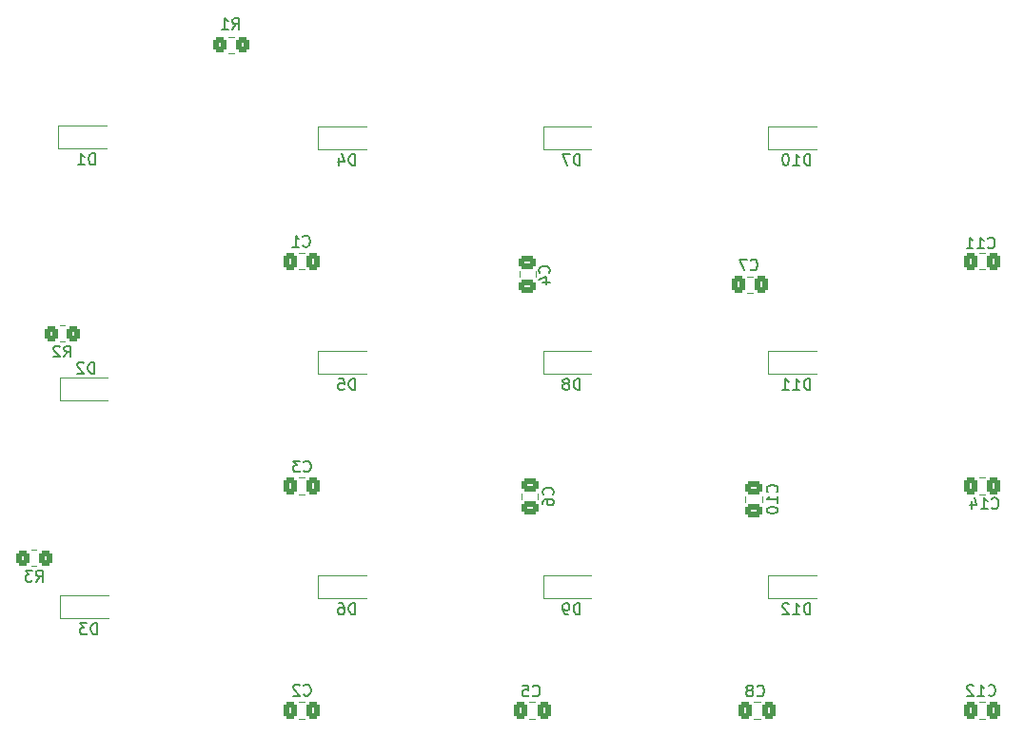
<source format=gbo>
G04 #@! TF.GenerationSoftware,KiCad,Pcbnew,(6.0.0)*
G04 #@! TF.CreationDate,2022-04-22T22:08:31+02:00*
G04 #@! TF.ProjectId,keyboard_v1.0,6b657962-6f61-4726-945f-76312e302e6b,rev?*
G04 #@! TF.SameCoordinates,Original*
G04 #@! TF.FileFunction,Legend,Bot*
G04 #@! TF.FilePolarity,Positive*
%FSLAX46Y46*%
G04 Gerber Fmt 4.6, Leading zero omitted, Abs format (unit mm)*
G04 Created by KiCad (PCBNEW (6.0.0)) date 2022-04-22 22:08:31*
%MOMM*%
%LPD*%
G01*
G04 APERTURE LIST*
G04 Aperture macros list*
%AMRoundRect*
0 Rectangle with rounded corners*
0 $1 Rounding radius*
0 $2 $3 $4 $5 $6 $7 $8 $9 X,Y pos of 4 corners*
0 Add a 4 corners polygon primitive as box body*
4,1,4,$2,$3,$4,$5,$6,$7,$8,$9,$2,$3,0*
0 Add four circle primitives for the rounded corners*
1,1,$1+$1,$2,$3*
1,1,$1+$1,$4,$5*
1,1,$1+$1,$6,$7*
1,1,$1+$1,$8,$9*
0 Add four rect primitives between the rounded corners*
20,1,$1+$1,$2,$3,$4,$5,0*
20,1,$1+$1,$4,$5,$6,$7,0*
20,1,$1+$1,$6,$7,$8,$9,0*
20,1,$1+$1,$8,$9,$2,$3,0*%
G04 Aperture macros list end*
%ADD10C,0.150000*%
%ADD11C,0.120000*%
%ADD12R,1.700000X1.700000*%
%ADD13O,1.700000X1.700000*%
%ADD14C,4.000000*%
%ADD15C,1.750000*%
%ADD16C,2.500000*%
%ADD17C,0.650000*%
%ADD18O,1.000000X2.100000*%
%ADD19O,1.000000X1.600000*%
%ADD20C,0.600000*%
%ADD21C,1.600000*%
%ADD22R,1.200000X1.200000*%
%ADD23C,1.200000*%
%ADD24C,3.200000*%
%ADD25R,2.200000X2.200000*%
%ADD26O,2.200000X2.200000*%
%ADD27C,2.800000*%
%ADD28O,1.600000X1.600000*%
%ADD29R,1.600000X1.600000*%
%ADD30RoundRect,0.250000X-0.337500X-0.475000X0.337500X-0.475000X0.337500X0.475000X-0.337500X0.475000X0*%
%ADD31R,1.300000X1.700000*%
%ADD32RoundRect,0.250000X0.337500X0.475000X-0.337500X0.475000X-0.337500X-0.475000X0.337500X-0.475000X0*%
%ADD33RoundRect,0.250000X-0.350000X-0.450000X0.350000X-0.450000X0.350000X0.450000X-0.350000X0.450000X0*%
%ADD34RoundRect,0.250000X0.475000X-0.337500X0.475000X0.337500X-0.475000X0.337500X-0.475000X-0.337500X0*%
%ADD35RoundRect,0.250000X-0.475000X0.337500X-0.475000X-0.337500X0.475000X-0.337500X0.475000X0.337500X0*%
G04 APERTURE END LIST*
D10*
X66101666Y-82120142D02*
X66149285Y-82167761D01*
X66292142Y-82215380D01*
X66387380Y-82215380D01*
X66530238Y-82167761D01*
X66625476Y-82072523D01*
X66673095Y-81977285D01*
X66720714Y-81786809D01*
X66720714Y-81643952D01*
X66673095Y-81453476D01*
X66625476Y-81358238D01*
X66530238Y-81263000D01*
X66387380Y-81215380D01*
X66292142Y-81215380D01*
X66149285Y-81263000D01*
X66101666Y-81310619D01*
X65149285Y-82215380D02*
X65720714Y-82215380D01*
X65435000Y-82215380D02*
X65435000Y-81215380D01*
X65530238Y-81358238D01*
X65625476Y-81453476D01*
X65720714Y-81501095D01*
X127031357Y-82284142D02*
X127078976Y-82331761D01*
X127221833Y-82379380D01*
X127317071Y-82379380D01*
X127459928Y-82331761D01*
X127555166Y-82236523D01*
X127602785Y-82141285D01*
X127650404Y-81950809D01*
X127650404Y-81807952D01*
X127602785Y-81617476D01*
X127555166Y-81522238D01*
X127459928Y-81427000D01*
X127317071Y-81379380D01*
X127221833Y-81379380D01*
X127078976Y-81427000D01*
X127031357Y-81474619D01*
X126078976Y-82379380D02*
X126650404Y-82379380D01*
X126364690Y-82379380D02*
X126364690Y-81379380D01*
X126459928Y-81522238D01*
X126555166Y-81617476D01*
X126650404Y-81665095D01*
X125126595Y-82379380D02*
X125698023Y-82379380D01*
X125412309Y-82379380D02*
X125412309Y-81379380D01*
X125507547Y-81522238D01*
X125602785Y-81617476D01*
X125698023Y-81665095D01*
X111214285Y-94952380D02*
X111214285Y-93952380D01*
X110976190Y-93952380D01*
X110833333Y-94000000D01*
X110738095Y-94095238D01*
X110690476Y-94190476D01*
X110642857Y-94380952D01*
X110642857Y-94523809D01*
X110690476Y-94714285D01*
X110738095Y-94809523D01*
X110833333Y-94904761D01*
X110976190Y-94952380D01*
X111214285Y-94952380D01*
X109690476Y-94952380D02*
X110261904Y-94952380D01*
X109976190Y-94952380D02*
X109976190Y-93952380D01*
X110071428Y-94095238D01*
X110166666Y-94190476D01*
X110261904Y-94238095D01*
X108738095Y-94952380D02*
X109309523Y-94952380D01*
X109023809Y-94952380D02*
X109023809Y-93952380D01*
X109119047Y-94095238D01*
X109214285Y-94190476D01*
X109309523Y-94238095D01*
X105900666Y-84228142D02*
X105948285Y-84275761D01*
X106091142Y-84323380D01*
X106186380Y-84323380D01*
X106329238Y-84275761D01*
X106424476Y-84180523D01*
X106472095Y-84085285D01*
X106519714Y-83894809D01*
X106519714Y-83751952D01*
X106472095Y-83561476D01*
X106424476Y-83466238D01*
X106329238Y-83371000D01*
X106186380Y-83323380D01*
X106091142Y-83323380D01*
X105948285Y-83371000D01*
X105900666Y-83418619D01*
X105567333Y-83323380D02*
X104900666Y-83323380D01*
X105329238Y-84323380D01*
X66166666Y-102177142D02*
X66214285Y-102224761D01*
X66357142Y-102272380D01*
X66452380Y-102272380D01*
X66595238Y-102224761D01*
X66690476Y-102129523D01*
X66738095Y-102034285D01*
X66785714Y-101843809D01*
X66785714Y-101700952D01*
X66738095Y-101510476D01*
X66690476Y-101415238D01*
X66595238Y-101320000D01*
X66452380Y-101272380D01*
X66357142Y-101272380D01*
X66214285Y-101320000D01*
X66166666Y-101367619D01*
X65833333Y-101272380D02*
X65214285Y-101272380D01*
X65547619Y-101653333D01*
X65404761Y-101653333D01*
X65309523Y-101700952D01*
X65261904Y-101748571D01*
X65214285Y-101843809D01*
X65214285Y-102081904D01*
X65261904Y-102177142D01*
X65309523Y-102224761D01*
X65404761Y-102272380D01*
X65690476Y-102272380D01*
X65785714Y-102224761D01*
X65833333Y-102177142D01*
X47537095Y-93489380D02*
X47537095Y-92489380D01*
X47299000Y-92489380D01*
X47156142Y-92537000D01*
X47060904Y-92632238D01*
X47013285Y-92727476D01*
X46965666Y-92917952D01*
X46965666Y-93060809D01*
X47013285Y-93251285D01*
X47060904Y-93346523D01*
X47156142Y-93441761D01*
X47299000Y-93489380D01*
X47537095Y-93489380D01*
X46584714Y-92584619D02*
X46537095Y-92537000D01*
X46441857Y-92489380D01*
X46203761Y-92489380D01*
X46108523Y-92537000D01*
X46060904Y-92584619D01*
X46013285Y-92679857D01*
X46013285Y-92775095D01*
X46060904Y-92917952D01*
X46632333Y-93489380D01*
X46013285Y-93489380D01*
X90738095Y-94952380D02*
X90738095Y-93952380D01*
X90500000Y-93952380D01*
X90357142Y-94000000D01*
X90261904Y-94095238D01*
X90214285Y-94190476D01*
X90166666Y-94380952D01*
X90166666Y-94523809D01*
X90214285Y-94714285D01*
X90261904Y-94809523D01*
X90357142Y-94904761D01*
X90500000Y-94952380D01*
X90738095Y-94952380D01*
X89595238Y-94380952D02*
X89690476Y-94333333D01*
X89738095Y-94285714D01*
X89785714Y-94190476D01*
X89785714Y-94142857D01*
X89738095Y-94047619D01*
X89690476Y-94000000D01*
X89595238Y-93952380D01*
X89404761Y-93952380D01*
X89309523Y-94000000D01*
X89261904Y-94047619D01*
X89214285Y-94142857D01*
X89214285Y-94190476D01*
X89261904Y-94285714D01*
X89309523Y-94333333D01*
X89404761Y-94380952D01*
X89595238Y-94380952D01*
X89690476Y-94428571D01*
X89738095Y-94476190D01*
X89785714Y-94571428D01*
X89785714Y-94761904D01*
X89738095Y-94857142D01*
X89690476Y-94904761D01*
X89595238Y-94952380D01*
X89404761Y-94952380D01*
X89309523Y-94904761D01*
X89261904Y-94857142D01*
X89214285Y-94761904D01*
X89214285Y-94571428D01*
X89261904Y-94476190D01*
X89309523Y-94428571D01*
X89404761Y-94380952D01*
X90738095Y-74952380D02*
X90738095Y-73952380D01*
X90500000Y-73952380D01*
X90357142Y-74000000D01*
X90261904Y-74095238D01*
X90214285Y-74190476D01*
X90166666Y-74380952D01*
X90166666Y-74523809D01*
X90214285Y-74714285D01*
X90261904Y-74809523D01*
X90357142Y-74904761D01*
X90500000Y-74952380D01*
X90738095Y-74952380D01*
X89833333Y-73952380D02*
X89166666Y-73952380D01*
X89595238Y-74952380D01*
X47596095Y-74906380D02*
X47596095Y-73906380D01*
X47358000Y-73906380D01*
X47215142Y-73954000D01*
X47119904Y-74049238D01*
X47072285Y-74144476D01*
X47024666Y-74334952D01*
X47024666Y-74477809D01*
X47072285Y-74668285D01*
X47119904Y-74763523D01*
X47215142Y-74858761D01*
X47358000Y-74906380D01*
X47596095Y-74906380D01*
X46072285Y-74906380D02*
X46643714Y-74906380D01*
X46358000Y-74906380D02*
X46358000Y-73906380D01*
X46453238Y-74049238D01*
X46548476Y-74144476D01*
X46643714Y-74192095D01*
X42337666Y-112017380D02*
X42671000Y-111541190D01*
X42909095Y-112017380D02*
X42909095Y-111017380D01*
X42528142Y-111017380D01*
X42432904Y-111065000D01*
X42385285Y-111112619D01*
X42337666Y-111207857D01*
X42337666Y-111350714D01*
X42385285Y-111445952D01*
X42432904Y-111493571D01*
X42528142Y-111541190D01*
X42909095Y-111541190D01*
X42004333Y-111017380D02*
X41385285Y-111017380D01*
X41718619Y-111398333D01*
X41575761Y-111398333D01*
X41480523Y-111445952D01*
X41432904Y-111493571D01*
X41385285Y-111588809D01*
X41385285Y-111826904D01*
X41432904Y-111922142D01*
X41480523Y-111969761D01*
X41575761Y-112017380D01*
X41861476Y-112017380D01*
X41956714Y-111969761D01*
X42004333Y-111922142D01*
X108249142Y-104050142D02*
X108296761Y-104002523D01*
X108344380Y-103859666D01*
X108344380Y-103764428D01*
X108296761Y-103621571D01*
X108201523Y-103526333D01*
X108106285Y-103478714D01*
X107915809Y-103431095D01*
X107772952Y-103431095D01*
X107582476Y-103478714D01*
X107487238Y-103526333D01*
X107392000Y-103621571D01*
X107344380Y-103764428D01*
X107344380Y-103859666D01*
X107392000Y-104002523D01*
X107439619Y-104050142D01*
X108344380Y-105002523D02*
X108344380Y-104431095D01*
X108344380Y-104716809D02*
X107344380Y-104716809D01*
X107487238Y-104621571D01*
X107582476Y-104526333D01*
X107630095Y-104431095D01*
X107344380Y-105621571D02*
X107344380Y-105716809D01*
X107392000Y-105812047D01*
X107439619Y-105859666D01*
X107534857Y-105907285D01*
X107725333Y-105954904D01*
X107963428Y-105954904D01*
X108153904Y-105907285D01*
X108249142Y-105859666D01*
X108296761Y-105812047D01*
X108344380Y-105716809D01*
X108344380Y-105621571D01*
X108296761Y-105526333D01*
X108249142Y-105478714D01*
X108153904Y-105431095D01*
X107963428Y-105383476D01*
X107725333Y-105383476D01*
X107534857Y-105431095D01*
X107439619Y-105478714D01*
X107392000Y-105526333D01*
X107344380Y-105621571D01*
X70738095Y-74952380D02*
X70738095Y-73952380D01*
X70500000Y-73952380D01*
X70357142Y-74000000D01*
X70261904Y-74095238D01*
X70214285Y-74190476D01*
X70166666Y-74380952D01*
X70166666Y-74523809D01*
X70214285Y-74714285D01*
X70261904Y-74809523D01*
X70357142Y-74904761D01*
X70500000Y-74952380D01*
X70738095Y-74952380D01*
X69309523Y-74285714D02*
X69309523Y-74952380D01*
X69547619Y-73904761D02*
X69785714Y-74619047D01*
X69166666Y-74619047D01*
X70738095Y-94952380D02*
X70738095Y-93952380D01*
X70500000Y-93952380D01*
X70357142Y-94000000D01*
X70261904Y-94095238D01*
X70214285Y-94190476D01*
X70166666Y-94380952D01*
X70166666Y-94523809D01*
X70214285Y-94714285D01*
X70261904Y-94809523D01*
X70357142Y-94904761D01*
X70500000Y-94952380D01*
X70738095Y-94952380D01*
X69261904Y-93952380D02*
X69738095Y-93952380D01*
X69785714Y-94428571D01*
X69738095Y-94380952D01*
X69642857Y-94333333D01*
X69404761Y-94333333D01*
X69309523Y-94380952D01*
X69261904Y-94428571D01*
X69214285Y-94523809D01*
X69214285Y-94761904D01*
X69261904Y-94857142D01*
X69309523Y-94904761D01*
X69404761Y-94952380D01*
X69642857Y-94952380D01*
X69738095Y-94904761D01*
X69785714Y-94857142D01*
X70738095Y-114952380D02*
X70738095Y-113952380D01*
X70500000Y-113952380D01*
X70357142Y-114000000D01*
X70261904Y-114095238D01*
X70214285Y-114190476D01*
X70166666Y-114380952D01*
X70166666Y-114523809D01*
X70214285Y-114714285D01*
X70261904Y-114809523D01*
X70357142Y-114904761D01*
X70500000Y-114952380D01*
X70738095Y-114952380D01*
X69309523Y-113952380D02*
X69500000Y-113952380D01*
X69595238Y-114000000D01*
X69642857Y-114047619D01*
X69738095Y-114190476D01*
X69785714Y-114380952D01*
X69785714Y-114761904D01*
X69738095Y-114857142D01*
X69690476Y-114904761D01*
X69595238Y-114952380D01*
X69404761Y-114952380D01*
X69309523Y-114904761D01*
X69261904Y-114857142D01*
X69214285Y-114761904D01*
X69214285Y-114523809D01*
X69261904Y-114428571D01*
X69309523Y-114380952D01*
X69404761Y-114333333D01*
X69595238Y-114333333D01*
X69690476Y-114380952D01*
X69738095Y-114428571D01*
X69785714Y-114523809D01*
X59829666Y-62847380D02*
X60163000Y-62371190D01*
X60401095Y-62847380D02*
X60401095Y-61847380D01*
X60020142Y-61847380D01*
X59924904Y-61895000D01*
X59877285Y-61942619D01*
X59829666Y-62037857D01*
X59829666Y-62180714D01*
X59877285Y-62275952D01*
X59924904Y-62323571D01*
X60020142Y-62371190D01*
X60401095Y-62371190D01*
X58877285Y-62847380D02*
X59448714Y-62847380D01*
X59163000Y-62847380D02*
X59163000Y-61847380D01*
X59258238Y-61990238D01*
X59353476Y-62085476D01*
X59448714Y-62133095D01*
X66166666Y-122087142D02*
X66214285Y-122134761D01*
X66357142Y-122182380D01*
X66452380Y-122182380D01*
X66595238Y-122134761D01*
X66690476Y-122039523D01*
X66738095Y-121944285D01*
X66785714Y-121753809D01*
X66785714Y-121610952D01*
X66738095Y-121420476D01*
X66690476Y-121325238D01*
X66595238Y-121230000D01*
X66452380Y-121182380D01*
X66357142Y-121182380D01*
X66214285Y-121230000D01*
X66166666Y-121277619D01*
X65785714Y-121277619D02*
X65738095Y-121230000D01*
X65642857Y-121182380D01*
X65404761Y-121182380D01*
X65309523Y-121230000D01*
X65261904Y-121277619D01*
X65214285Y-121372857D01*
X65214285Y-121468095D01*
X65261904Y-121610952D01*
X65833333Y-122182380D01*
X65214285Y-122182380D01*
X86535666Y-122152142D02*
X86583285Y-122199761D01*
X86726142Y-122247380D01*
X86821380Y-122247380D01*
X86964238Y-122199761D01*
X87059476Y-122104523D01*
X87107095Y-122009285D01*
X87154714Y-121818809D01*
X87154714Y-121675952D01*
X87107095Y-121485476D01*
X87059476Y-121390238D01*
X86964238Y-121295000D01*
X86821380Y-121247380D01*
X86726142Y-121247380D01*
X86583285Y-121295000D01*
X86535666Y-121342619D01*
X85630904Y-121247380D02*
X86107095Y-121247380D01*
X86154714Y-121723571D01*
X86107095Y-121675952D01*
X86011857Y-121628333D01*
X85773761Y-121628333D01*
X85678523Y-121675952D01*
X85630904Y-121723571D01*
X85583285Y-121818809D01*
X85583285Y-122056904D01*
X85630904Y-122152142D01*
X85678523Y-122199761D01*
X85773761Y-122247380D01*
X86011857Y-122247380D01*
X86107095Y-122199761D01*
X86154714Y-122152142D01*
X111214285Y-114952380D02*
X111214285Y-113952380D01*
X110976190Y-113952380D01*
X110833333Y-114000000D01*
X110738095Y-114095238D01*
X110690476Y-114190476D01*
X110642857Y-114380952D01*
X110642857Y-114523809D01*
X110690476Y-114714285D01*
X110738095Y-114809523D01*
X110833333Y-114904761D01*
X110976190Y-114952380D01*
X111214285Y-114952380D01*
X109690476Y-114952380D02*
X110261904Y-114952380D01*
X109976190Y-114952380D02*
X109976190Y-113952380D01*
X110071428Y-114095238D01*
X110166666Y-114190476D01*
X110261904Y-114238095D01*
X109309523Y-114047619D02*
X109261904Y-114000000D01*
X109166666Y-113952380D01*
X108928571Y-113952380D01*
X108833333Y-114000000D01*
X108785714Y-114047619D01*
X108738095Y-114142857D01*
X108738095Y-114238095D01*
X108785714Y-114380952D01*
X109357142Y-114952380D01*
X108738095Y-114952380D01*
X127368857Y-105460142D02*
X127416476Y-105507761D01*
X127559333Y-105555380D01*
X127654571Y-105555380D01*
X127797428Y-105507761D01*
X127892666Y-105412523D01*
X127940285Y-105317285D01*
X127987904Y-105126809D01*
X127987904Y-104983952D01*
X127940285Y-104793476D01*
X127892666Y-104698238D01*
X127797428Y-104603000D01*
X127654571Y-104555380D01*
X127559333Y-104555380D01*
X127416476Y-104603000D01*
X127368857Y-104650619D01*
X126416476Y-105555380D02*
X126987904Y-105555380D01*
X126702190Y-105555380D02*
X126702190Y-104555380D01*
X126797428Y-104698238D01*
X126892666Y-104793476D01*
X126987904Y-104841095D01*
X125559333Y-104888714D02*
X125559333Y-105555380D01*
X125797428Y-104507761D02*
X126035523Y-105222047D01*
X125416476Y-105222047D01*
X90738095Y-114952380D02*
X90738095Y-113952380D01*
X90500000Y-113952380D01*
X90357142Y-114000000D01*
X90261904Y-114095238D01*
X90214285Y-114190476D01*
X90166666Y-114380952D01*
X90166666Y-114523809D01*
X90214285Y-114714285D01*
X90261904Y-114809523D01*
X90357142Y-114904761D01*
X90500000Y-114952380D01*
X90738095Y-114952380D01*
X89690476Y-114952380D02*
X89500000Y-114952380D01*
X89404761Y-114904761D01*
X89357142Y-114857142D01*
X89261904Y-114714285D01*
X89214285Y-114523809D01*
X89214285Y-114142857D01*
X89261904Y-114047619D01*
X89309523Y-114000000D01*
X89404761Y-113952380D01*
X89595238Y-113952380D01*
X89690476Y-114000000D01*
X89738095Y-114047619D01*
X89785714Y-114142857D01*
X89785714Y-114380952D01*
X89738095Y-114476190D01*
X89690476Y-114523809D01*
X89595238Y-114571428D01*
X89404761Y-114571428D01*
X89309523Y-114523809D01*
X89261904Y-114476190D01*
X89214285Y-114380952D01*
X44846666Y-92022380D02*
X45180000Y-91546190D01*
X45418095Y-92022380D02*
X45418095Y-91022380D01*
X45037142Y-91022380D01*
X44941904Y-91070000D01*
X44894285Y-91117619D01*
X44846666Y-91212857D01*
X44846666Y-91355714D01*
X44894285Y-91450952D01*
X44941904Y-91498571D01*
X45037142Y-91546190D01*
X45418095Y-91546190D01*
X44465714Y-91117619D02*
X44418095Y-91070000D01*
X44322857Y-91022380D01*
X44084761Y-91022380D01*
X43989523Y-91070000D01*
X43941904Y-91117619D01*
X43894285Y-91212857D01*
X43894285Y-91308095D01*
X43941904Y-91450952D01*
X44513333Y-92022380D01*
X43894285Y-92022380D01*
X106502666Y-122152142D02*
X106550285Y-122199761D01*
X106693142Y-122247380D01*
X106788380Y-122247380D01*
X106931238Y-122199761D01*
X107026476Y-122104523D01*
X107074095Y-122009285D01*
X107121714Y-121818809D01*
X107121714Y-121675952D01*
X107074095Y-121485476D01*
X107026476Y-121390238D01*
X106931238Y-121295000D01*
X106788380Y-121247380D01*
X106693142Y-121247380D01*
X106550285Y-121295000D01*
X106502666Y-121342619D01*
X105931238Y-121675952D02*
X106026476Y-121628333D01*
X106074095Y-121580714D01*
X106121714Y-121485476D01*
X106121714Y-121437857D01*
X106074095Y-121342619D01*
X106026476Y-121295000D01*
X105931238Y-121247380D01*
X105740761Y-121247380D01*
X105645523Y-121295000D01*
X105597904Y-121342619D01*
X105550285Y-121437857D01*
X105550285Y-121485476D01*
X105597904Y-121580714D01*
X105645523Y-121628333D01*
X105740761Y-121675952D01*
X105931238Y-121675952D01*
X106026476Y-121723571D01*
X106074095Y-121771190D01*
X106121714Y-121866428D01*
X106121714Y-122056904D01*
X106074095Y-122152142D01*
X106026476Y-122199761D01*
X105931238Y-122247380D01*
X105740761Y-122247380D01*
X105645523Y-122199761D01*
X105597904Y-122152142D01*
X105550285Y-122056904D01*
X105550285Y-121866428D01*
X105597904Y-121771190D01*
X105645523Y-121723571D01*
X105740761Y-121675952D01*
X127076857Y-122119142D02*
X127124476Y-122166761D01*
X127267333Y-122214380D01*
X127362571Y-122214380D01*
X127505428Y-122166761D01*
X127600666Y-122071523D01*
X127648285Y-121976285D01*
X127695904Y-121785809D01*
X127695904Y-121642952D01*
X127648285Y-121452476D01*
X127600666Y-121357238D01*
X127505428Y-121262000D01*
X127362571Y-121214380D01*
X127267333Y-121214380D01*
X127124476Y-121262000D01*
X127076857Y-121309619D01*
X126124476Y-122214380D02*
X126695904Y-122214380D01*
X126410190Y-122214380D02*
X126410190Y-121214380D01*
X126505428Y-121357238D01*
X126600666Y-121452476D01*
X126695904Y-121500095D01*
X125743523Y-121309619D02*
X125695904Y-121262000D01*
X125600666Y-121214380D01*
X125362571Y-121214380D01*
X125267333Y-121262000D01*
X125219714Y-121309619D01*
X125172095Y-121404857D01*
X125172095Y-121500095D01*
X125219714Y-121642952D01*
X125791142Y-122214380D01*
X125172095Y-122214380D01*
X47788095Y-116731380D02*
X47788095Y-115731380D01*
X47550000Y-115731380D01*
X47407142Y-115779000D01*
X47311904Y-115874238D01*
X47264285Y-115969476D01*
X47216666Y-116159952D01*
X47216666Y-116302809D01*
X47264285Y-116493285D01*
X47311904Y-116588523D01*
X47407142Y-116683761D01*
X47550000Y-116731380D01*
X47788095Y-116731380D01*
X46883333Y-115731380D02*
X46264285Y-115731380D01*
X46597619Y-116112333D01*
X46454761Y-116112333D01*
X46359523Y-116159952D01*
X46311904Y-116207571D01*
X46264285Y-116302809D01*
X46264285Y-116540904D01*
X46311904Y-116636142D01*
X46359523Y-116683761D01*
X46454761Y-116731380D01*
X46740476Y-116731380D01*
X46835714Y-116683761D01*
X46883333Y-116636142D01*
X87973142Y-84541333D02*
X88020761Y-84493714D01*
X88068380Y-84350857D01*
X88068380Y-84255619D01*
X88020761Y-84112761D01*
X87925523Y-84017523D01*
X87830285Y-83969904D01*
X87639809Y-83922285D01*
X87496952Y-83922285D01*
X87306476Y-83969904D01*
X87211238Y-84017523D01*
X87116000Y-84112761D01*
X87068380Y-84255619D01*
X87068380Y-84350857D01*
X87116000Y-84493714D01*
X87163619Y-84541333D01*
X87401714Y-85398476D02*
X88068380Y-85398476D01*
X87020761Y-85160380D02*
X87735047Y-84922285D01*
X87735047Y-85541333D01*
X88319142Y-104285333D02*
X88366761Y-104237714D01*
X88414380Y-104094857D01*
X88414380Y-103999619D01*
X88366761Y-103856761D01*
X88271523Y-103761523D01*
X88176285Y-103713904D01*
X87985809Y-103666285D01*
X87842952Y-103666285D01*
X87652476Y-103713904D01*
X87557238Y-103761523D01*
X87462000Y-103856761D01*
X87414380Y-103999619D01*
X87414380Y-104094857D01*
X87462000Y-104237714D01*
X87509619Y-104285333D01*
X87414380Y-105142476D02*
X87414380Y-104952000D01*
X87462000Y-104856761D01*
X87509619Y-104809142D01*
X87652476Y-104713904D01*
X87842952Y-104666285D01*
X88223904Y-104666285D01*
X88319142Y-104713904D01*
X88366761Y-104761523D01*
X88414380Y-104856761D01*
X88414380Y-105047238D01*
X88366761Y-105142476D01*
X88319142Y-105190095D01*
X88223904Y-105237714D01*
X87985809Y-105237714D01*
X87890571Y-105190095D01*
X87842952Y-105142476D01*
X87795333Y-105047238D01*
X87795333Y-104856761D01*
X87842952Y-104761523D01*
X87890571Y-104713904D01*
X87985809Y-104666285D01*
X111214285Y-74952380D02*
X111214285Y-73952380D01*
X110976190Y-73952380D01*
X110833333Y-74000000D01*
X110738095Y-74095238D01*
X110690476Y-74190476D01*
X110642857Y-74380952D01*
X110642857Y-74523809D01*
X110690476Y-74714285D01*
X110738095Y-74809523D01*
X110833333Y-74904761D01*
X110976190Y-74952380D01*
X111214285Y-74952380D01*
X109690476Y-74952380D02*
X110261904Y-74952380D01*
X109976190Y-74952380D02*
X109976190Y-73952380D01*
X110071428Y-74095238D01*
X110166666Y-74190476D01*
X110261904Y-74238095D01*
X109071428Y-73952380D02*
X108976190Y-73952380D01*
X108880952Y-74000000D01*
X108833333Y-74047619D01*
X108785714Y-74142857D01*
X108738095Y-74333333D01*
X108738095Y-74571428D01*
X108785714Y-74761904D01*
X108833333Y-74857142D01*
X108880952Y-74904761D01*
X108976190Y-74952380D01*
X109071428Y-74952380D01*
X109166666Y-74904761D01*
X109214285Y-74857142D01*
X109261904Y-74761904D01*
X109309523Y-74571428D01*
X109309523Y-74333333D01*
X109261904Y-74142857D01*
X109214285Y-74047619D01*
X109166666Y-74000000D01*
X109071428Y-73952380D01*
D11*
X65738748Y-84235000D02*
X66261252Y-84235000D01*
X65738748Y-82765000D02*
X66261252Y-82765000D01*
X126238748Y-84235000D02*
X126761252Y-84235000D01*
X126238748Y-82765000D02*
X126761252Y-82765000D01*
X111750000Y-93500000D02*
X107450000Y-93500000D01*
X107450000Y-93500000D02*
X107450000Y-91500000D01*
X107450000Y-91500000D02*
X111750000Y-91500000D01*
X105603748Y-86333000D02*
X106126252Y-86333000D01*
X105603748Y-84863000D02*
X106126252Y-84863000D01*
X66261252Y-104235000D02*
X65738748Y-104235000D01*
X66261252Y-102765000D02*
X65738748Y-102765000D01*
X44439000Y-93886000D02*
X48739000Y-93886000D01*
X48739000Y-95886000D02*
X44439000Y-95886000D01*
X44439000Y-95886000D02*
X44439000Y-93886000D01*
X87450000Y-93500000D02*
X87450000Y-91500000D01*
X87450000Y-91500000D02*
X91750000Y-91500000D01*
X91750000Y-93500000D02*
X87450000Y-93500000D01*
X91750000Y-73500000D02*
X87450000Y-73500000D01*
X87450000Y-71500000D02*
X91750000Y-71500000D01*
X87450000Y-73500000D02*
X87450000Y-71500000D01*
X44308000Y-73454000D02*
X44308000Y-71454000D01*
X44308000Y-71454000D02*
X48608000Y-71454000D01*
X48608000Y-73454000D02*
X44308000Y-73454000D01*
X41943936Y-109180000D02*
X42398064Y-109180000D01*
X41943936Y-110650000D02*
X42398064Y-110650000D01*
X105477000Y-104954252D02*
X105477000Y-104431748D01*
X106947000Y-104954252D02*
X106947000Y-104431748D01*
X67450000Y-71500000D02*
X71750000Y-71500000D01*
X67450000Y-73500000D02*
X67450000Y-71500000D01*
X71750000Y-73500000D02*
X67450000Y-73500000D01*
X67450000Y-91500000D02*
X71750000Y-91500000D01*
X67450000Y-93500000D02*
X67450000Y-91500000D01*
X71750000Y-93500000D02*
X67450000Y-93500000D01*
X67450000Y-113500000D02*
X67450000Y-111500000D01*
X67450000Y-111500000D02*
X71750000Y-111500000D01*
X71750000Y-113500000D02*
X67450000Y-113500000D01*
X59493936Y-63526000D02*
X59948064Y-63526000D01*
X59493936Y-64996000D02*
X59948064Y-64996000D01*
X65738748Y-124235000D02*
X66261252Y-124235000D01*
X65738748Y-122765000D02*
X66261252Y-122765000D01*
X86238748Y-122765000D02*
X86761252Y-122765000D01*
X86238748Y-124235000D02*
X86761252Y-124235000D01*
X111750000Y-113500000D02*
X107450000Y-113500000D01*
X107450000Y-111500000D02*
X111750000Y-111500000D01*
X107450000Y-113500000D02*
X107450000Y-111500000D01*
X126761252Y-104235000D02*
X126238748Y-104235000D01*
X126761252Y-102765000D02*
X126238748Y-102765000D01*
X87450000Y-111500000D02*
X91750000Y-111500000D01*
X87450000Y-113500000D02*
X87450000Y-111500000D01*
X91750000Y-113500000D02*
X87450000Y-113500000D01*
X44452936Y-89185000D02*
X44907064Y-89185000D01*
X44452936Y-90655000D02*
X44907064Y-90655000D01*
X106238748Y-124235000D02*
X106761252Y-124235000D01*
X106238748Y-122765000D02*
X106761252Y-122765000D01*
X126238748Y-124235000D02*
X126761252Y-124235000D01*
X126238748Y-122765000D02*
X126761252Y-122765000D01*
X44500000Y-113279000D02*
X48800000Y-113279000D01*
X48800000Y-115279000D02*
X44500000Y-115279000D01*
X44500000Y-115279000D02*
X44500000Y-113279000D01*
X85341000Y-84393748D02*
X85341000Y-84916252D01*
X86811000Y-84393748D02*
X86811000Y-84916252D01*
X85547000Y-104713252D02*
X85547000Y-104190748D01*
X87017000Y-104713252D02*
X87017000Y-104190748D01*
X107450000Y-71500000D02*
X111750000Y-71500000D01*
X107450000Y-73500000D02*
X107450000Y-71500000D01*
X111750000Y-73500000D02*
X107450000Y-73500000D01*
%LPC*%
D12*
X48185000Y-78384000D03*
D13*
X48185000Y-75844000D03*
D14*
X60000000Y-115000000D03*
D15*
X54920000Y-115000000D03*
X65080000Y-115000000D03*
D16*
X56190000Y-112460000D03*
X62540000Y-109920000D03*
D12*
X65796000Y-44319000D03*
D13*
X65796000Y-46859000D03*
D17*
X58390000Y-35100000D03*
X52610000Y-35100000D03*
D18*
X51180000Y-35630000D03*
D19*
X51180000Y-31450000D03*
X59820000Y-31450000D03*
D18*
X59820000Y-35630000D03*
D14*
X60000000Y-75000000D03*
D15*
X54920000Y-75000000D03*
X65080000Y-75000000D03*
D16*
X56190000Y-72460000D03*
X62540000Y-69920000D03*
D12*
X48139000Y-82024000D03*
D13*
X50679000Y-82024000D03*
D14*
X100000000Y-95000000D03*
D15*
X94920000Y-95000000D03*
X105080000Y-95000000D03*
D16*
X96190000Y-92460000D03*
X102540000Y-89920000D03*
D15*
X85080000Y-115000000D03*
X74920000Y-115000000D03*
D14*
X80000000Y-115000000D03*
D16*
X76190000Y-112460000D03*
X82540000Y-109920000D03*
D20*
X47560000Y-52500000D03*
X47560000Y-51100000D03*
X48960000Y-51100000D03*
X50360000Y-52500000D03*
X50360000Y-53900000D03*
X50360000Y-51100000D03*
X48960000Y-52500000D03*
X47560000Y-53900000D03*
X48960000Y-53900000D03*
D15*
X125080000Y-115000000D03*
D14*
X120000000Y-115000000D03*
D15*
X114920000Y-115000000D03*
D16*
X116190000Y-112460000D03*
X122540000Y-109920000D03*
D12*
X94420000Y-31543000D03*
D13*
X94420000Y-34083000D03*
D21*
X76735000Y-57485000D03*
X81735000Y-57485000D03*
D22*
X137510000Y-49035401D03*
D23*
X137510000Y-50535401D03*
D14*
X100000000Y-75000000D03*
D15*
X94920000Y-75000000D03*
X105080000Y-75000000D03*
D16*
X96190000Y-72460000D03*
X102540000Y-69920000D03*
D24*
X135000000Y-125000000D03*
D15*
X85080000Y-95000000D03*
X74920000Y-95000000D03*
D14*
X80000000Y-95000000D03*
D16*
X76190000Y-92460000D03*
X82540000Y-89920000D03*
D25*
X115251000Y-61440000D03*
D26*
X115251000Y-51280000D03*
D14*
X100000000Y-115000000D03*
D15*
X94920000Y-115000000D03*
X105080000Y-115000000D03*
D16*
X96190000Y-112460000D03*
X102540000Y-109920000D03*
D25*
X118570000Y-49571850D03*
D26*
X118570000Y-39411850D03*
D27*
X63841000Y-37276000D03*
D15*
X54920000Y-95000000D03*
D14*
X60000000Y-95000000D03*
D15*
X65080000Y-95000000D03*
D16*
X56190000Y-92460000D03*
X62540000Y-89920000D03*
D15*
X85080000Y-75000000D03*
D14*
X80000000Y-75000000D03*
D15*
X74920000Y-75000000D03*
D16*
X76190000Y-72460000D03*
X82540000Y-69920000D03*
D12*
X62110000Y-44288000D03*
D13*
X62110000Y-46828000D03*
D21*
X112560000Y-57105000D03*
D28*
X112560000Y-31705000D03*
D24*
X45000000Y-125000000D03*
X135000000Y-35000000D03*
D15*
X114920000Y-75000000D03*
X125080000Y-75000000D03*
D14*
X120000000Y-75000000D03*
D16*
X116190000Y-72460000D03*
X122540000Y-69920000D03*
D29*
X121605000Y-32745000D03*
D21*
X121605000Y-35245000D03*
D25*
X64960000Y-59353000D03*
D26*
X75120000Y-59353000D03*
D15*
X125080000Y-95000000D03*
X114920000Y-95000000D03*
D14*
X120000000Y-95000000D03*
D16*
X116190000Y-92460000D03*
X122540000Y-89920000D03*
D22*
X96245000Y-60801000D03*
D23*
X94745000Y-60801000D03*
D24*
X45000000Y-35000000D03*
D25*
X100784000Y-63402000D03*
D26*
X110944000Y-63402000D03*
D30*
X64962500Y-83500000D03*
X67037500Y-83500000D03*
X125462500Y-83500000D03*
X127537500Y-83500000D03*
D31*
X108250000Y-92500000D03*
X111750000Y-92500000D03*
D30*
X104827500Y-85598000D03*
X106902500Y-85598000D03*
D32*
X67037500Y-103500000D03*
X64962500Y-103500000D03*
D31*
X45239000Y-94886000D03*
X48739000Y-94886000D03*
X88250000Y-92500000D03*
X91750000Y-92500000D03*
X88250000Y-72500000D03*
X91750000Y-72500000D03*
X45108000Y-72454000D03*
X48608000Y-72454000D03*
D33*
X41171000Y-109915000D03*
X43171000Y-109915000D03*
D34*
X106212000Y-105730500D03*
X106212000Y-103655500D03*
D31*
X68250000Y-72500000D03*
X71750000Y-72500000D03*
X68250000Y-92500000D03*
X71750000Y-92500000D03*
X68250000Y-112500000D03*
X71750000Y-112500000D03*
D33*
X58721000Y-64261000D03*
X60721000Y-64261000D03*
D30*
X64962500Y-123500000D03*
X67037500Y-123500000D03*
X85462500Y-123500000D03*
X87537500Y-123500000D03*
D31*
X108250000Y-112500000D03*
X111750000Y-112500000D03*
D32*
X127537500Y-103500000D03*
X125462500Y-103500000D03*
D31*
X88250000Y-112500000D03*
X91750000Y-112500000D03*
D33*
X43680000Y-89920000D03*
X45680000Y-89920000D03*
D30*
X105462500Y-123500000D03*
X107537500Y-123500000D03*
X125462500Y-123500000D03*
X127537500Y-123500000D03*
D31*
X45300000Y-114279000D03*
X48800000Y-114279000D03*
D35*
X86076000Y-83617500D03*
X86076000Y-85692500D03*
D34*
X86282000Y-105489500D03*
X86282000Y-103414500D03*
D31*
X108250000Y-72500000D03*
X111750000Y-72500000D03*
M02*

</source>
